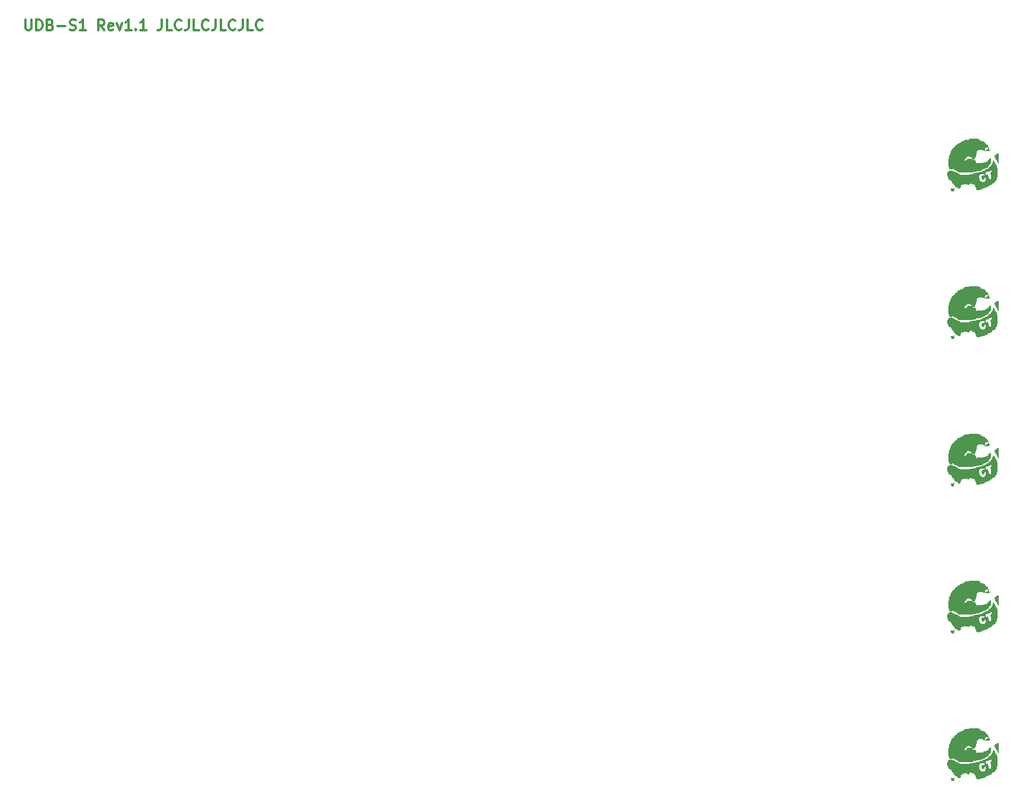
<source format=gto>
G04 #@! TF.GenerationSoftware,KiCad,Pcbnew,8.0.2*
G04 #@! TF.CreationDate,2024-06-02T18:46:01+02:00*
G04 #@! TF.ProjectId,KeyboardUnitRuler-panel,4b657962-6f61-4726-9455-6e697452756c,rev?*
G04 #@! TF.SameCoordinates,Original*
G04 #@! TF.FileFunction,Legend,Top*
G04 #@! TF.FilePolarity,Positive*
%FSLAX46Y46*%
G04 Gerber Fmt 4.6, Leading zero omitted, Abs format (unit mm)*
G04 Created by KiCad (PCBNEW 8.0.2) date 2024-06-02 18:46:01*
%MOMM*%
%LPD*%
G01*
G04 APERTURE LIST*
%ADD10C,0.300000*%
%ADD11C,0.000000*%
G04 APERTURE END LIST*
D10*
X115480906Y119571672D02*
X115480906Y118357386D01*
X115480906Y118357386D02*
X115552335Y118214529D01*
X115552335Y118214529D02*
X115623764Y118143100D01*
X115623764Y118143100D02*
X115766621Y118071672D01*
X115766621Y118071672D02*
X116052335Y118071672D01*
X116052335Y118071672D02*
X116195192Y118143100D01*
X116195192Y118143100D02*
X116266621Y118214529D01*
X116266621Y118214529D02*
X116338049Y118357386D01*
X116338049Y118357386D02*
X116338049Y119571672D01*
X117052335Y118071672D02*
X117052335Y119571672D01*
X117052335Y119571672D02*
X117409478Y119571672D01*
X117409478Y119571672D02*
X117623764Y119500243D01*
X117623764Y119500243D02*
X117766621Y119357386D01*
X117766621Y119357386D02*
X117838050Y119214529D01*
X117838050Y119214529D02*
X117909478Y118928815D01*
X117909478Y118928815D02*
X117909478Y118714529D01*
X117909478Y118714529D02*
X117838050Y118428815D01*
X117838050Y118428815D02*
X117766621Y118285958D01*
X117766621Y118285958D02*
X117623764Y118143100D01*
X117623764Y118143100D02*
X117409478Y118071672D01*
X117409478Y118071672D02*
X117052335Y118071672D01*
X119052335Y118857386D02*
X119266621Y118785958D01*
X119266621Y118785958D02*
X119338050Y118714529D01*
X119338050Y118714529D02*
X119409478Y118571672D01*
X119409478Y118571672D02*
X119409478Y118357386D01*
X119409478Y118357386D02*
X119338050Y118214529D01*
X119338050Y118214529D02*
X119266621Y118143100D01*
X119266621Y118143100D02*
X119123764Y118071672D01*
X119123764Y118071672D02*
X118552335Y118071672D01*
X118552335Y118071672D02*
X118552335Y119571672D01*
X118552335Y119571672D02*
X119052335Y119571672D01*
X119052335Y119571672D02*
X119195193Y119500243D01*
X119195193Y119500243D02*
X119266621Y119428815D01*
X119266621Y119428815D02*
X119338050Y119285958D01*
X119338050Y119285958D02*
X119338050Y119143100D01*
X119338050Y119143100D02*
X119266621Y119000243D01*
X119266621Y119000243D02*
X119195193Y118928815D01*
X119195193Y118928815D02*
X119052335Y118857386D01*
X119052335Y118857386D02*
X118552335Y118857386D01*
X120052335Y118643100D02*
X121195193Y118643100D01*
X121838050Y118143100D02*
X122052336Y118071672D01*
X122052336Y118071672D02*
X122409478Y118071672D01*
X122409478Y118071672D02*
X122552336Y118143100D01*
X122552336Y118143100D02*
X122623764Y118214529D01*
X122623764Y118214529D02*
X122695193Y118357386D01*
X122695193Y118357386D02*
X122695193Y118500243D01*
X122695193Y118500243D02*
X122623764Y118643100D01*
X122623764Y118643100D02*
X122552336Y118714529D01*
X122552336Y118714529D02*
X122409478Y118785958D01*
X122409478Y118785958D02*
X122123764Y118857386D01*
X122123764Y118857386D02*
X121980907Y118928815D01*
X121980907Y118928815D02*
X121909478Y119000243D01*
X121909478Y119000243D02*
X121838050Y119143100D01*
X121838050Y119143100D02*
X121838050Y119285958D01*
X121838050Y119285958D02*
X121909478Y119428815D01*
X121909478Y119428815D02*
X121980907Y119500243D01*
X121980907Y119500243D02*
X122123764Y119571672D01*
X122123764Y119571672D02*
X122480907Y119571672D01*
X122480907Y119571672D02*
X122695193Y119500243D01*
X124123764Y118071672D02*
X123266621Y118071672D01*
X123695192Y118071672D02*
X123695192Y119571672D01*
X123695192Y119571672D02*
X123552335Y119357386D01*
X123552335Y119357386D02*
X123409478Y119214529D01*
X123409478Y119214529D02*
X123266621Y119143100D01*
X126766620Y118071672D02*
X126266620Y118785958D01*
X125909477Y118071672D02*
X125909477Y119571672D01*
X125909477Y119571672D02*
X126480906Y119571672D01*
X126480906Y119571672D02*
X126623763Y119500243D01*
X126623763Y119500243D02*
X126695192Y119428815D01*
X126695192Y119428815D02*
X126766620Y119285958D01*
X126766620Y119285958D02*
X126766620Y119071672D01*
X126766620Y119071672D02*
X126695192Y118928815D01*
X126695192Y118928815D02*
X126623763Y118857386D01*
X126623763Y118857386D02*
X126480906Y118785958D01*
X126480906Y118785958D02*
X125909477Y118785958D01*
X127980906Y118143100D02*
X127838049Y118071672D01*
X127838049Y118071672D02*
X127552335Y118071672D01*
X127552335Y118071672D02*
X127409477Y118143100D01*
X127409477Y118143100D02*
X127338049Y118285958D01*
X127338049Y118285958D02*
X127338049Y118857386D01*
X127338049Y118857386D02*
X127409477Y119000243D01*
X127409477Y119000243D02*
X127552335Y119071672D01*
X127552335Y119071672D02*
X127838049Y119071672D01*
X127838049Y119071672D02*
X127980906Y119000243D01*
X127980906Y119000243D02*
X128052335Y118857386D01*
X128052335Y118857386D02*
X128052335Y118714529D01*
X128052335Y118714529D02*
X127338049Y118571672D01*
X128552334Y119071672D02*
X128909477Y118071672D01*
X128909477Y118071672D02*
X129266620Y119071672D01*
X130623763Y118071672D02*
X129766620Y118071672D01*
X130195191Y118071672D02*
X130195191Y119571672D01*
X130195191Y119571672D02*
X130052334Y119357386D01*
X130052334Y119357386D02*
X129909477Y119214529D01*
X129909477Y119214529D02*
X129766620Y119143100D01*
X131266619Y118214529D02*
X131338048Y118143100D01*
X131338048Y118143100D02*
X131266619Y118071672D01*
X131266619Y118071672D02*
X131195191Y118143100D01*
X131195191Y118143100D02*
X131266619Y118214529D01*
X131266619Y118214529D02*
X131266619Y118071672D01*
X132766620Y118071672D02*
X131909477Y118071672D01*
X132338048Y118071672D02*
X132338048Y119571672D01*
X132338048Y119571672D02*
X132195191Y119357386D01*
X132195191Y119357386D02*
X132052334Y119214529D01*
X132052334Y119214529D02*
X131909477Y119143100D01*
X134980905Y119571672D02*
X134980905Y118500243D01*
X134980905Y118500243D02*
X134909476Y118285958D01*
X134909476Y118285958D02*
X134766619Y118143100D01*
X134766619Y118143100D02*
X134552333Y118071672D01*
X134552333Y118071672D02*
X134409476Y118071672D01*
X136409476Y118071672D02*
X135695190Y118071672D01*
X135695190Y118071672D02*
X135695190Y119571672D01*
X137766619Y118214529D02*
X137695191Y118143100D01*
X137695191Y118143100D02*
X137480905Y118071672D01*
X137480905Y118071672D02*
X137338048Y118071672D01*
X137338048Y118071672D02*
X137123762Y118143100D01*
X137123762Y118143100D02*
X136980905Y118285958D01*
X136980905Y118285958D02*
X136909476Y118428815D01*
X136909476Y118428815D02*
X136838048Y118714529D01*
X136838048Y118714529D02*
X136838048Y118928815D01*
X136838048Y118928815D02*
X136909476Y119214529D01*
X136909476Y119214529D02*
X136980905Y119357386D01*
X136980905Y119357386D02*
X137123762Y119500243D01*
X137123762Y119500243D02*
X137338048Y119571672D01*
X137338048Y119571672D02*
X137480905Y119571672D01*
X137480905Y119571672D02*
X137695191Y119500243D01*
X137695191Y119500243D02*
X137766619Y119428815D01*
X138838048Y119571672D02*
X138838048Y118500243D01*
X138838048Y118500243D02*
X138766619Y118285958D01*
X138766619Y118285958D02*
X138623762Y118143100D01*
X138623762Y118143100D02*
X138409476Y118071672D01*
X138409476Y118071672D02*
X138266619Y118071672D01*
X140266619Y118071672D02*
X139552333Y118071672D01*
X139552333Y118071672D02*
X139552333Y119571672D01*
X141623762Y118214529D02*
X141552334Y118143100D01*
X141552334Y118143100D02*
X141338048Y118071672D01*
X141338048Y118071672D02*
X141195191Y118071672D01*
X141195191Y118071672D02*
X140980905Y118143100D01*
X140980905Y118143100D02*
X140838048Y118285958D01*
X140838048Y118285958D02*
X140766619Y118428815D01*
X140766619Y118428815D02*
X140695191Y118714529D01*
X140695191Y118714529D02*
X140695191Y118928815D01*
X140695191Y118928815D02*
X140766619Y119214529D01*
X140766619Y119214529D02*
X140838048Y119357386D01*
X140838048Y119357386D02*
X140980905Y119500243D01*
X140980905Y119500243D02*
X141195191Y119571672D01*
X141195191Y119571672D02*
X141338048Y119571672D01*
X141338048Y119571672D02*
X141552334Y119500243D01*
X141552334Y119500243D02*
X141623762Y119428815D01*
X142695191Y119571672D02*
X142695191Y118500243D01*
X142695191Y118500243D02*
X142623762Y118285958D01*
X142623762Y118285958D02*
X142480905Y118143100D01*
X142480905Y118143100D02*
X142266619Y118071672D01*
X142266619Y118071672D02*
X142123762Y118071672D01*
X144123762Y118071672D02*
X143409476Y118071672D01*
X143409476Y118071672D02*
X143409476Y119571672D01*
X145480905Y118214529D02*
X145409477Y118143100D01*
X145409477Y118143100D02*
X145195191Y118071672D01*
X145195191Y118071672D02*
X145052334Y118071672D01*
X145052334Y118071672D02*
X144838048Y118143100D01*
X144838048Y118143100D02*
X144695191Y118285958D01*
X144695191Y118285958D02*
X144623762Y118428815D01*
X144623762Y118428815D02*
X144552334Y118714529D01*
X144552334Y118714529D02*
X144552334Y118928815D01*
X144552334Y118928815D02*
X144623762Y119214529D01*
X144623762Y119214529D02*
X144695191Y119357386D01*
X144695191Y119357386D02*
X144838048Y119500243D01*
X144838048Y119500243D02*
X145052334Y119571672D01*
X145052334Y119571672D02*
X145195191Y119571672D01*
X145195191Y119571672D02*
X145409477Y119500243D01*
X145409477Y119500243D02*
X145480905Y119428815D01*
X146552334Y119571672D02*
X146552334Y118500243D01*
X146552334Y118500243D02*
X146480905Y118285958D01*
X146480905Y118285958D02*
X146338048Y118143100D01*
X146338048Y118143100D02*
X146123762Y118071672D01*
X146123762Y118071672D02*
X145980905Y118071672D01*
X147980905Y118071672D02*
X147266619Y118071672D01*
X147266619Y118071672D02*
X147266619Y119571672D01*
X149338048Y118214529D02*
X149266620Y118143100D01*
X149266620Y118143100D02*
X149052334Y118071672D01*
X149052334Y118071672D02*
X148909477Y118071672D01*
X148909477Y118071672D02*
X148695191Y118143100D01*
X148695191Y118143100D02*
X148552334Y118285958D01*
X148552334Y118285958D02*
X148480905Y118428815D01*
X148480905Y118428815D02*
X148409477Y118714529D01*
X148409477Y118714529D02*
X148409477Y118928815D01*
X148409477Y118928815D02*
X148480905Y119214529D01*
X148480905Y119214529D02*
X148552334Y119357386D01*
X148552334Y119357386D02*
X148695191Y119500243D01*
X148695191Y119500243D02*
X148909477Y119571672D01*
X148909477Y119571672D02*
X149052334Y119571672D01*
X149052334Y119571672D02*
X149266620Y119500243D01*
X149266620Y119500243D02*
X149338048Y119428815D01*
D11*
G04 #@! TO.C,REF\u002A\u002A*
G36*
X254310603Y77729507D02*
G01*
X254310607Y77729507D01*
X254310614Y77729505D01*
X254310599Y77729505D01*
X254310599Y77729508D01*
X254310603Y77729507D01*
G37*
G36*
X248240852Y74066726D02*
G01*
X248136186Y74066726D01*
X248136186Y73962061D01*
X247822232Y73962061D01*
X247822232Y74171371D01*
X247717587Y74171371D01*
X247717587Y74380660D01*
X248136186Y74380660D01*
X248136186Y74485326D01*
X248240852Y74485326D01*
X248240852Y74066726D01*
G37*
G36*
X254624570Y77938815D02*
G01*
X254519904Y77938815D01*
X254519904Y78043460D01*
X254415259Y78043460D01*
X254415259Y78252748D01*
X254310614Y78252748D01*
X254310614Y78462058D01*
X254205948Y78462058D01*
X254205948Y78671368D01*
X254101304Y78671368D01*
X254101304Y78880657D01*
X253892015Y78880657D01*
X253892015Y78985323D01*
X253996660Y78985323D01*
X253996660Y79089968D01*
X254101305Y79089968D01*
X254101305Y79194612D01*
X254205949Y79194612D01*
X254205949Y79299256D01*
X254310614Y79299256D01*
X254310614Y79403922D01*
X254624570Y79403922D01*
X254624570Y77938815D01*
G37*
G36*
X251694318Y81392279D02*
G01*
X252008272Y81392279D01*
X252008272Y81182990D01*
X252322227Y81182990D01*
X252322227Y81078325D01*
X252531537Y81078325D01*
X252531537Y80973680D01*
X252636182Y80973680D01*
X252636182Y80869036D01*
X252740827Y80869036D01*
X252740827Y80764391D01*
X252845492Y80764391D01*
X252845492Y80659726D01*
X252950137Y80659726D01*
X252950137Y80555081D01*
X253054782Y80555081D01*
X253054782Y80345771D01*
X253159448Y80345771D01*
X253159448Y80136483D01*
X253264093Y80136483D01*
X253264093Y79927172D01*
X253368737Y79927172D01*
X253368737Y79822528D01*
X253264093Y79822528D01*
X253264093Y79717884D01*
X252531535Y79717884D01*
X252531535Y79822528D01*
X252322225Y79822528D01*
X252322225Y79822532D01*
X252322225Y79927172D01*
X251694313Y79927172D01*
X251694313Y79822528D01*
X251589668Y79822528D01*
X251589668Y79717884D01*
X251485024Y79717884D01*
X251485024Y79299260D01*
X251380358Y79299260D01*
X251380358Y78985327D01*
X251275714Y78985327D01*
X251275714Y78776017D01*
X251171069Y78776017D01*
X251171069Y78566706D01*
X250857115Y78566706D01*
X250857115Y78462062D01*
X251171069Y78462062D01*
X251171069Y78357417D01*
X251275714Y78357417D01*
X251275714Y78252752D01*
X251380358Y78252752D01*
X251380358Y77938819D01*
X251485024Y77938819D01*
X251485024Y78043463D01*
X252426870Y78043463D01*
X252426870Y78148107D01*
X252740824Y78148107D01*
X252740824Y78252752D01*
X252950134Y78252752D01*
X252950134Y78357417D01*
X253054779Y78357417D01*
X253054779Y78462062D01*
X253159445Y78462062D01*
X253159445Y78566706D01*
X253264090Y78566706D01*
X253264090Y78671372D01*
X253368734Y78671372D01*
X253368734Y78776017D01*
X253473379Y78776017D01*
X253473379Y78043459D01*
X253368734Y78043459D01*
X253368734Y77834149D01*
X253264090Y77834149D01*
X253264090Y77729505D01*
X253159445Y77729505D01*
X253159445Y77520195D01*
X253054779Y77520195D01*
X253054779Y77415551D01*
X252845491Y77415551D01*
X252845491Y77310906D01*
X252636180Y77310906D01*
X252636180Y77206240D01*
X252426870Y77206240D01*
X252426870Y77101596D01*
X252217581Y77101596D01*
X252217581Y76996951D01*
X251903627Y76996951D01*
X251903627Y76892307D01*
X251380358Y76892307D01*
X251380358Y76787641D01*
X250961760Y76787641D01*
X250961760Y76682996D01*
X248868737Y76682996D01*
X248868737Y76787641D01*
X248659448Y76787641D01*
X248659448Y76892307D01*
X248554782Y76892307D01*
X248554782Y76996951D01*
X248345493Y76996951D01*
X248345493Y77101596D01*
X248136183Y77101596D01*
X248136183Y77206240D01*
X247926894Y77206240D01*
X247926894Y77101596D01*
X247612940Y77101596D01*
X247612940Y77206240D01*
X247508279Y77206240D01*
X247508279Y77520195D01*
X247403635Y77520195D01*
X247403635Y78357417D01*
X247403635Y78462062D01*
X249705962Y78462062D01*
X249705962Y78357417D01*
X249915251Y78357417D01*
X249915251Y78462062D01*
X250019917Y78462062D01*
X250019917Y78566706D01*
X250124561Y78566706D01*
X250124561Y78671372D01*
X250752474Y78671372D01*
X250752474Y78776017D01*
X250647808Y78776017D01*
X250647808Y78880661D01*
X250438520Y78880661D01*
X250438520Y78985327D01*
X250124565Y78985327D01*
X250124565Y78880661D01*
X250019920Y78880661D01*
X250019920Y78776017D01*
X249915255Y78776017D01*
X249915255Y78671372D01*
X249810610Y78671372D01*
X249810610Y78462062D01*
X249705962Y78462062D01*
X247403635Y78462062D01*
X247403635Y78671372D01*
X247508279Y78671372D01*
X247508279Y79194619D01*
X247612945Y79194619D01*
X247612945Y79508574D01*
X247717589Y79508574D01*
X247717589Y79717884D01*
X247822234Y79717884D01*
X247822234Y79927172D01*
X247926899Y79927172D01*
X247926899Y80031817D01*
X248031544Y80031817D01*
X248031544Y80136483D01*
X248136188Y80136483D01*
X248136188Y80136486D01*
X252636191Y80136486D01*
X252636191Y79822532D01*
X252845501Y79822532D01*
X252845501Y80031821D01*
X253054790Y80031821D01*
X253054790Y80241131D01*
X252740836Y80241131D01*
X252740836Y80136486D01*
X252636191Y80136486D01*
X248136188Y80136486D01*
X248136188Y80241127D01*
X248240854Y80241127D01*
X248240854Y80345771D01*
X248345498Y80345771D01*
X248345498Y80450437D01*
X248450143Y80450437D01*
X248450143Y80555081D01*
X248554787Y80555081D01*
X248554787Y80659726D01*
X248659453Y80659726D01*
X248659453Y80764391D01*
X248764097Y80764391D01*
X248764097Y80869036D01*
X248973407Y80869036D01*
X248973407Y80973680D01*
X249182696Y80973680D01*
X249182696Y81078325D01*
X249392006Y81078325D01*
X249392006Y81182990D01*
X249601295Y81182990D01*
X249601295Y81287635D01*
X249810605Y81287635D01*
X249810605Y81392279D01*
X250333873Y81392279D01*
X250333873Y81496945D01*
X251694318Y81496945D01*
X251694318Y81392279D01*
G37*
G36*
X253892015Y78252748D02*
G01*
X253996660Y78252748D01*
X253996660Y78148104D01*
X254101305Y78148104D01*
X254101305Y77938815D01*
X254205949Y77938815D01*
X254205949Y77729505D01*
X254310599Y77729505D01*
X254310599Y77415554D01*
X254415244Y77415554D01*
X254415244Y76055084D01*
X254310599Y76055084D01*
X254310599Y75636484D01*
X254205933Y75636484D01*
X254205933Y75427174D01*
X254101288Y75427174D01*
X254101288Y75322530D01*
X253996644Y75322530D01*
X253996644Y75217885D01*
X253787334Y75217885D01*
X253787334Y75113240D01*
X253682689Y75113240D01*
X253682689Y75008574D01*
X253578044Y75008574D01*
X253578044Y74903930D01*
X253368734Y74903930D01*
X253368734Y74799285D01*
X253159445Y74799285D01*
X253159445Y74694619D01*
X252950134Y74694619D01*
X252950134Y74589974D01*
X252740824Y74589974D01*
X252740824Y74485329D01*
X252531535Y74485329D01*
X252531535Y74380664D01*
X252217581Y74380664D01*
X252217581Y74276019D01*
X251903627Y74276019D01*
X251903627Y74171374D01*
X251485027Y74171374D01*
X251485027Y74276019D01*
X251380362Y74276019D01*
X251380362Y74485329D01*
X251275717Y74485329D01*
X251275717Y74694619D01*
X251171073Y74694619D01*
X251171073Y74903929D01*
X251066429Y74903929D01*
X251066429Y75008574D01*
X250752474Y75008574D01*
X250752474Y75113239D01*
X250438520Y75113239D01*
X250438520Y75008574D01*
X250333875Y75008574D01*
X250333875Y74903929D01*
X250124565Y74903929D01*
X250124565Y75008574D01*
X249496653Y75008574D01*
X249496653Y74903929D01*
X249287364Y74903929D01*
X249287364Y74799284D01*
X249182698Y74799284D01*
X249182698Y74485329D01*
X249078054Y74485329D01*
X249078054Y74380664D01*
X248764099Y74380664D01*
X248764099Y74485329D01*
X248659455Y74485329D01*
X248659455Y74589974D01*
X248450145Y74589974D01*
X248450145Y74694619D01*
X248345500Y74694619D01*
X248345500Y74799285D01*
X248240856Y74799285D01*
X248240856Y74903930D01*
X248136190Y74903930D01*
X248136190Y75113240D01*
X248031546Y75113240D01*
X248031546Y75217885D01*
X247926902Y75217885D01*
X247926902Y75427173D01*
X247822236Y75427173D01*
X247822236Y75531839D01*
X247717592Y75531839D01*
X247717592Y75636484D01*
X247508281Y75636484D01*
X247508281Y75741126D01*
X247508281Y75741129D01*
X247403637Y75741129D01*
X247403637Y75950439D01*
X247298993Y75950439D01*
X247298993Y76159749D01*
X247194348Y76159749D01*
X247194348Y76264394D01*
X251798991Y76264394D01*
X251798991Y75741126D01*
X251903636Y75741126D01*
X251903636Y75531837D01*
X252008280Y75531837D01*
X252008280Y75427172D01*
X252112946Y75427172D01*
X252112946Y75322527D01*
X252531545Y75322527D01*
X252531545Y75427172D01*
X252636190Y75427172D01*
X252636190Y75531837D01*
X252740835Y75531837D01*
X252740836Y75531838D01*
X252740836Y75531839D01*
X252740837Y75531840D01*
X252740837Y75531841D01*
X252740838Y75531841D01*
X252740838Y75950441D01*
X252531549Y75950441D01*
X252531549Y75741130D01*
X252426883Y75741130D01*
X252426883Y75636485D01*
X252217594Y75636485D01*
X252217594Y75845796D01*
X252112949Y75845796D01*
X252112949Y76159750D01*
X252217594Y76159750D01*
X252217594Y76264395D01*
X252531549Y76264395D01*
X252531549Y76369035D01*
X252531549Y76473684D01*
X252008280Y76473684D01*
X252008280Y76369039D01*
X251903636Y76369039D01*
X251903636Y76264394D01*
X251798991Y76264394D01*
X247194348Y76264394D01*
X247194348Y76682996D01*
X247298993Y76682996D01*
X247298993Y76787641D01*
X247403637Y76787641D01*
X247403637Y76892307D01*
X247508281Y76892307D01*
X247508281Y76996951D01*
X248031550Y76996951D01*
X248031550Y76892307D01*
X248240860Y76892307D01*
X248240860Y76787641D01*
X248450148Y76787641D01*
X248450148Y76682996D01*
X248659459Y76682996D01*
X248659459Y76578351D01*
X248868747Y76578351D01*
X248868747Y76473686D01*
X249078057Y76473686D01*
X249078057Y76369041D01*
X250438527Y76369041D01*
X250438527Y76473686D01*
X250961774Y76473686D01*
X250961774Y76578351D01*
X251380373Y76578351D01*
X251380373Y76682989D01*
X252740838Y76682989D01*
X252740838Y76369035D01*
X252950148Y76369035D01*
X252950148Y76473680D01*
X253054793Y76473680D01*
X253054793Y76159746D01*
X253159458Y76159746D01*
X253159458Y75845792D01*
X253264103Y75845792D01*
X253264103Y75741126D01*
X253473392Y75741126D01*
X253473392Y76369038D01*
X253368747Y76369038D01*
X253368747Y76682993D01*
X253473392Y76682993D01*
X253473392Y76787638D01*
X253578057Y76787638D01*
X253578057Y76996945D01*
X253368746Y76996945D01*
X253368746Y76892300D01*
X253159458Y76892300D01*
X253159458Y76787634D01*
X252845503Y76787634D01*
X252845503Y76682989D01*
X252740838Y76682989D01*
X251380373Y76682989D01*
X251380373Y76682996D01*
X251903641Y76682996D01*
X251903641Y76787641D01*
X252217596Y76787641D01*
X252217596Y76892307D01*
X252426884Y76892307D01*
X252426884Y76996951D01*
X252636195Y76996951D01*
X252636195Y77101596D01*
X252845505Y77101596D01*
X252845505Y77206240D01*
X253054794Y77206240D01*
X253054794Y77310906D01*
X253159460Y77310906D01*
X253159460Y77415551D01*
X253264104Y77415551D01*
X253264104Y77520195D01*
X253368749Y77520195D01*
X253368749Y77624861D01*
X253473394Y77624861D01*
X253473394Y77729505D01*
X253578060Y77729505D01*
X253578060Y77834150D01*
X253682705Y77834150D01*
X253682705Y78043460D01*
X253787349Y78043460D01*
X253787349Y78357414D01*
X253892015Y78357414D01*
X253892015Y78252748D01*
G37*
G36*
X254310603Y98779507D02*
G01*
X254310607Y98779507D01*
X254310614Y98779505D01*
X254310599Y98779505D01*
X254310599Y98779508D01*
X254310603Y98779507D01*
G37*
G36*
X248240852Y95116726D02*
G01*
X248136186Y95116726D01*
X248136186Y95012061D01*
X247822232Y95012061D01*
X247822232Y95221371D01*
X247717587Y95221371D01*
X247717587Y95430660D01*
X248136186Y95430660D01*
X248136186Y95535326D01*
X248240852Y95535326D01*
X248240852Y95116726D01*
G37*
G36*
X254624570Y98988815D02*
G01*
X254519904Y98988815D01*
X254519904Y99093460D01*
X254415259Y99093460D01*
X254415259Y99302748D01*
X254310614Y99302748D01*
X254310614Y99512058D01*
X254205948Y99512058D01*
X254205948Y99721368D01*
X254101304Y99721368D01*
X254101304Y99930657D01*
X253892015Y99930657D01*
X253892015Y100035323D01*
X253996660Y100035323D01*
X253996660Y100139968D01*
X254101305Y100139968D01*
X254101305Y100244612D01*
X254205949Y100244612D01*
X254205949Y100349256D01*
X254310614Y100349256D01*
X254310614Y100453922D01*
X254624570Y100453922D01*
X254624570Y98988815D01*
G37*
G36*
X251694318Y102442279D02*
G01*
X252008272Y102442279D01*
X252008272Y102232990D01*
X252322227Y102232990D01*
X252322227Y102128325D01*
X252531537Y102128325D01*
X252531537Y102023680D01*
X252636182Y102023680D01*
X252636182Y101919036D01*
X252740827Y101919036D01*
X252740827Y101814391D01*
X252845492Y101814391D01*
X252845492Y101709726D01*
X252950137Y101709726D01*
X252950137Y101605081D01*
X253054782Y101605081D01*
X253054782Y101395771D01*
X253159448Y101395771D01*
X253159448Y101186483D01*
X253264093Y101186483D01*
X253264093Y100977172D01*
X253368737Y100977172D01*
X253368737Y100872528D01*
X253264093Y100872528D01*
X253264093Y100767884D01*
X252531535Y100767884D01*
X252531535Y100872528D01*
X252322225Y100872528D01*
X252322225Y100872532D01*
X252322225Y100977172D01*
X251694313Y100977172D01*
X251694313Y100872528D01*
X251589668Y100872528D01*
X251589668Y100767884D01*
X251485024Y100767884D01*
X251485024Y100349260D01*
X251380358Y100349260D01*
X251380358Y100035327D01*
X251275714Y100035327D01*
X251275714Y99826017D01*
X251171069Y99826017D01*
X251171069Y99616706D01*
X250857115Y99616706D01*
X250857115Y99512062D01*
X251171069Y99512062D01*
X251171069Y99407417D01*
X251275714Y99407417D01*
X251275714Y99302752D01*
X251380358Y99302752D01*
X251380358Y98988819D01*
X251485024Y98988819D01*
X251485024Y99093463D01*
X252426870Y99093463D01*
X252426870Y99198107D01*
X252740824Y99198107D01*
X252740824Y99302752D01*
X252950134Y99302752D01*
X252950134Y99407417D01*
X253054779Y99407417D01*
X253054779Y99512062D01*
X253159445Y99512062D01*
X253159445Y99616706D01*
X253264090Y99616706D01*
X253264090Y99721372D01*
X253368734Y99721372D01*
X253368734Y99826017D01*
X253473379Y99826017D01*
X253473379Y99093459D01*
X253368734Y99093459D01*
X253368734Y98884149D01*
X253264090Y98884149D01*
X253264090Y98779505D01*
X253159445Y98779505D01*
X253159445Y98570195D01*
X253054779Y98570195D01*
X253054779Y98465551D01*
X252845491Y98465551D01*
X252845491Y98360906D01*
X252636180Y98360906D01*
X252636180Y98256240D01*
X252426870Y98256240D01*
X252426870Y98151596D01*
X252217581Y98151596D01*
X252217581Y98046951D01*
X251903627Y98046951D01*
X251903627Y97942307D01*
X251380358Y97942307D01*
X251380358Y97837641D01*
X250961760Y97837641D01*
X250961760Y97732996D01*
X248868737Y97732996D01*
X248868737Y97837641D01*
X248659448Y97837641D01*
X248659448Y97942307D01*
X248554782Y97942307D01*
X248554782Y98046951D01*
X248345493Y98046951D01*
X248345493Y98151596D01*
X248136183Y98151596D01*
X248136183Y98256240D01*
X247926894Y98256240D01*
X247926894Y98151596D01*
X247612940Y98151596D01*
X247612940Y98256240D01*
X247508279Y98256240D01*
X247508279Y98570195D01*
X247403635Y98570195D01*
X247403635Y99407417D01*
X247403635Y99512062D01*
X249705962Y99512062D01*
X249705962Y99407417D01*
X249915251Y99407417D01*
X249915251Y99512062D01*
X250019917Y99512062D01*
X250019917Y99616706D01*
X250124561Y99616706D01*
X250124561Y99721372D01*
X250752474Y99721372D01*
X250752474Y99826017D01*
X250647808Y99826017D01*
X250647808Y99930661D01*
X250438520Y99930661D01*
X250438520Y100035327D01*
X250124565Y100035327D01*
X250124565Y99930661D01*
X250019920Y99930661D01*
X250019920Y99826017D01*
X249915255Y99826017D01*
X249915255Y99721372D01*
X249810610Y99721372D01*
X249810610Y99512062D01*
X249705962Y99512062D01*
X247403635Y99512062D01*
X247403635Y99721372D01*
X247508279Y99721372D01*
X247508279Y100244619D01*
X247612945Y100244619D01*
X247612945Y100558574D01*
X247717589Y100558574D01*
X247717589Y100767884D01*
X247822234Y100767884D01*
X247822234Y100977172D01*
X247926899Y100977172D01*
X247926899Y101081817D01*
X248031544Y101081817D01*
X248031544Y101186483D01*
X248136188Y101186483D01*
X248136188Y101186486D01*
X252636191Y101186486D01*
X252636191Y100872532D01*
X252845501Y100872532D01*
X252845501Y101081821D01*
X253054790Y101081821D01*
X253054790Y101291131D01*
X252740836Y101291131D01*
X252740836Y101186486D01*
X252636191Y101186486D01*
X248136188Y101186486D01*
X248136188Y101291127D01*
X248240854Y101291127D01*
X248240854Y101395771D01*
X248345498Y101395771D01*
X248345498Y101500437D01*
X248450143Y101500437D01*
X248450143Y101605081D01*
X248554787Y101605081D01*
X248554787Y101709726D01*
X248659453Y101709726D01*
X248659453Y101814391D01*
X248764097Y101814391D01*
X248764097Y101919036D01*
X248973407Y101919036D01*
X248973407Y102023680D01*
X249182696Y102023680D01*
X249182696Y102128325D01*
X249392006Y102128325D01*
X249392006Y102232990D01*
X249601295Y102232990D01*
X249601295Y102337635D01*
X249810605Y102337635D01*
X249810605Y102442279D01*
X250333873Y102442279D01*
X250333873Y102546945D01*
X251694318Y102546945D01*
X251694318Y102442279D01*
G37*
G36*
X253892015Y99302748D02*
G01*
X253996660Y99302748D01*
X253996660Y99198104D01*
X254101305Y99198104D01*
X254101305Y98988815D01*
X254205949Y98988815D01*
X254205949Y98779505D01*
X254310599Y98779505D01*
X254310599Y98465554D01*
X254415244Y98465554D01*
X254415244Y97105084D01*
X254310599Y97105084D01*
X254310599Y96686484D01*
X254205933Y96686484D01*
X254205933Y96477174D01*
X254101288Y96477174D01*
X254101288Y96372530D01*
X253996644Y96372530D01*
X253996644Y96267885D01*
X253787334Y96267885D01*
X253787334Y96163240D01*
X253682689Y96163240D01*
X253682689Y96058574D01*
X253578044Y96058574D01*
X253578044Y95953930D01*
X253368734Y95953930D01*
X253368734Y95849285D01*
X253159445Y95849285D01*
X253159445Y95744619D01*
X252950134Y95744619D01*
X252950134Y95639974D01*
X252740824Y95639974D01*
X252740824Y95535329D01*
X252531535Y95535329D01*
X252531535Y95430664D01*
X252217581Y95430664D01*
X252217581Y95326019D01*
X251903627Y95326019D01*
X251903627Y95221374D01*
X251485027Y95221374D01*
X251485027Y95326019D01*
X251380362Y95326019D01*
X251380362Y95535329D01*
X251275717Y95535329D01*
X251275717Y95744619D01*
X251171073Y95744619D01*
X251171073Y95953929D01*
X251066429Y95953929D01*
X251066429Y96058574D01*
X250752474Y96058574D01*
X250752474Y96163239D01*
X250438520Y96163239D01*
X250438520Y96058574D01*
X250333875Y96058574D01*
X250333875Y95953929D01*
X250124565Y95953929D01*
X250124565Y96058574D01*
X249496653Y96058574D01*
X249496653Y95953929D01*
X249287364Y95953929D01*
X249287364Y95849284D01*
X249182698Y95849284D01*
X249182698Y95535329D01*
X249078054Y95535329D01*
X249078054Y95430664D01*
X248764099Y95430664D01*
X248764099Y95535329D01*
X248659455Y95535329D01*
X248659455Y95639974D01*
X248450145Y95639974D01*
X248450145Y95744619D01*
X248345500Y95744619D01*
X248345500Y95849285D01*
X248240856Y95849285D01*
X248240856Y95953930D01*
X248136190Y95953930D01*
X248136190Y96163240D01*
X248031546Y96163240D01*
X248031546Y96267885D01*
X247926902Y96267885D01*
X247926902Y96477173D01*
X247822236Y96477173D01*
X247822236Y96581839D01*
X247717592Y96581839D01*
X247717592Y96686484D01*
X247508281Y96686484D01*
X247508281Y96791126D01*
X247508281Y96791129D01*
X247403637Y96791129D01*
X247403637Y97000439D01*
X247298993Y97000439D01*
X247298993Y97209749D01*
X247194348Y97209749D01*
X247194348Y97314394D01*
X251798991Y97314394D01*
X251798991Y96791126D01*
X251903636Y96791126D01*
X251903636Y96581837D01*
X252008280Y96581837D01*
X252008280Y96477172D01*
X252112946Y96477172D01*
X252112946Y96372527D01*
X252531545Y96372527D01*
X252531545Y96477172D01*
X252636190Y96477172D01*
X252636190Y96581837D01*
X252740835Y96581837D01*
X252740836Y96581838D01*
X252740836Y96581839D01*
X252740837Y96581840D01*
X252740837Y96581841D01*
X252740838Y96581841D01*
X252740838Y97000441D01*
X252531549Y97000441D01*
X252531549Y96791130D01*
X252426883Y96791130D01*
X252426883Y96686485D01*
X252217594Y96686485D01*
X252217594Y96895796D01*
X252112949Y96895796D01*
X252112949Y97209750D01*
X252217594Y97209750D01*
X252217594Y97314395D01*
X252531549Y97314395D01*
X252531549Y97419035D01*
X252531549Y97523684D01*
X252008280Y97523684D01*
X252008280Y97419039D01*
X251903636Y97419039D01*
X251903636Y97314394D01*
X251798991Y97314394D01*
X247194348Y97314394D01*
X247194348Y97732996D01*
X247298993Y97732996D01*
X247298993Y97837641D01*
X247403637Y97837641D01*
X247403637Y97942307D01*
X247508281Y97942307D01*
X247508281Y98046951D01*
X248031550Y98046951D01*
X248031550Y97942307D01*
X248240860Y97942307D01*
X248240860Y97837641D01*
X248450148Y97837641D01*
X248450148Y97732996D01*
X248659459Y97732996D01*
X248659459Y97628351D01*
X248868747Y97628351D01*
X248868747Y97523686D01*
X249078057Y97523686D01*
X249078057Y97419041D01*
X250438527Y97419041D01*
X250438527Y97523686D01*
X250961774Y97523686D01*
X250961774Y97628351D01*
X251380373Y97628351D01*
X251380373Y97732989D01*
X252740838Y97732989D01*
X252740838Y97419035D01*
X252950148Y97419035D01*
X252950148Y97523680D01*
X253054793Y97523680D01*
X253054793Y97209746D01*
X253159458Y97209746D01*
X253159458Y96895792D01*
X253264103Y96895792D01*
X253264103Y96791126D01*
X253473392Y96791126D01*
X253473392Y97419038D01*
X253368747Y97419038D01*
X253368747Y97732993D01*
X253473392Y97732993D01*
X253473392Y97837638D01*
X253578057Y97837638D01*
X253578057Y98046945D01*
X253368746Y98046945D01*
X253368746Y97942300D01*
X253159458Y97942300D01*
X253159458Y97837634D01*
X252845503Y97837634D01*
X252845503Y97732989D01*
X252740838Y97732989D01*
X251380373Y97732989D01*
X251380373Y97732996D01*
X251903641Y97732996D01*
X251903641Y97837641D01*
X252217596Y97837641D01*
X252217596Y97942307D01*
X252426884Y97942307D01*
X252426884Y98046951D01*
X252636195Y98046951D01*
X252636195Y98151596D01*
X252845505Y98151596D01*
X252845505Y98256240D01*
X253054794Y98256240D01*
X253054794Y98360906D01*
X253159460Y98360906D01*
X253159460Y98465551D01*
X253264104Y98465551D01*
X253264104Y98570195D01*
X253368749Y98570195D01*
X253368749Y98674861D01*
X253473394Y98674861D01*
X253473394Y98779505D01*
X253578060Y98779505D01*
X253578060Y98884150D01*
X253682705Y98884150D01*
X253682705Y99093460D01*
X253787349Y99093460D01*
X253787349Y99407414D01*
X253892015Y99407414D01*
X253892015Y99302748D01*
G37*
G36*
X254310603Y56679507D02*
G01*
X254310607Y56679507D01*
X254310614Y56679505D01*
X254310599Y56679505D01*
X254310599Y56679508D01*
X254310603Y56679507D01*
G37*
G36*
X248240852Y53016726D02*
G01*
X248136186Y53016726D01*
X248136186Y52912061D01*
X247822232Y52912061D01*
X247822232Y53121371D01*
X247717587Y53121371D01*
X247717587Y53330660D01*
X248136186Y53330660D01*
X248136186Y53435326D01*
X248240852Y53435326D01*
X248240852Y53016726D01*
G37*
G36*
X254624570Y56888815D02*
G01*
X254519904Y56888815D01*
X254519904Y56993460D01*
X254415259Y56993460D01*
X254415259Y57202748D01*
X254310614Y57202748D01*
X254310614Y57412058D01*
X254205948Y57412058D01*
X254205948Y57621368D01*
X254101304Y57621368D01*
X254101304Y57830657D01*
X253892015Y57830657D01*
X253892015Y57935323D01*
X253996660Y57935323D01*
X253996660Y58039968D01*
X254101305Y58039968D01*
X254101305Y58144612D01*
X254205949Y58144612D01*
X254205949Y58249256D01*
X254310614Y58249256D01*
X254310614Y58353922D01*
X254624570Y58353922D01*
X254624570Y56888815D01*
G37*
G36*
X251694318Y60342279D02*
G01*
X252008272Y60342279D01*
X252008272Y60132990D01*
X252322227Y60132990D01*
X252322227Y60028325D01*
X252531537Y60028325D01*
X252531537Y59923680D01*
X252636182Y59923680D01*
X252636182Y59819036D01*
X252740827Y59819036D01*
X252740827Y59714391D01*
X252845492Y59714391D01*
X252845492Y59609726D01*
X252950137Y59609726D01*
X252950137Y59505081D01*
X253054782Y59505081D01*
X253054782Y59295771D01*
X253159448Y59295771D01*
X253159448Y59086483D01*
X253264093Y59086483D01*
X253264093Y58877172D01*
X253368737Y58877172D01*
X253368737Y58772528D01*
X253264093Y58772528D01*
X253264093Y58667884D01*
X252531535Y58667884D01*
X252531535Y58772528D01*
X252322225Y58772528D01*
X252322225Y58772532D01*
X252322225Y58877172D01*
X251694313Y58877172D01*
X251694313Y58772528D01*
X251589668Y58772528D01*
X251589668Y58667884D01*
X251485024Y58667884D01*
X251485024Y58249260D01*
X251380358Y58249260D01*
X251380358Y57935327D01*
X251275714Y57935327D01*
X251275714Y57726017D01*
X251171069Y57726017D01*
X251171069Y57516706D01*
X250857115Y57516706D01*
X250857115Y57412062D01*
X251171069Y57412062D01*
X251171069Y57307417D01*
X251275714Y57307417D01*
X251275714Y57202752D01*
X251380358Y57202752D01*
X251380358Y56888819D01*
X251485024Y56888819D01*
X251485024Y56993463D01*
X252426870Y56993463D01*
X252426870Y57098107D01*
X252740824Y57098107D01*
X252740824Y57202752D01*
X252950134Y57202752D01*
X252950134Y57307417D01*
X253054779Y57307417D01*
X253054779Y57412062D01*
X253159445Y57412062D01*
X253159445Y57516706D01*
X253264090Y57516706D01*
X253264090Y57621372D01*
X253368734Y57621372D01*
X253368734Y57726017D01*
X253473379Y57726017D01*
X253473379Y56993459D01*
X253368734Y56993459D01*
X253368734Y56784149D01*
X253264090Y56784149D01*
X253264090Y56679505D01*
X253159445Y56679505D01*
X253159445Y56470195D01*
X253054779Y56470195D01*
X253054779Y56365551D01*
X252845491Y56365551D01*
X252845491Y56260906D01*
X252636180Y56260906D01*
X252636180Y56156240D01*
X252426870Y56156240D01*
X252426870Y56051596D01*
X252217581Y56051596D01*
X252217581Y55946951D01*
X251903627Y55946951D01*
X251903627Y55842307D01*
X251380358Y55842307D01*
X251380358Y55737641D01*
X250961760Y55737641D01*
X250961760Y55632996D01*
X248868737Y55632996D01*
X248868737Y55737641D01*
X248659448Y55737641D01*
X248659448Y55842307D01*
X248554782Y55842307D01*
X248554782Y55946951D01*
X248345493Y55946951D01*
X248345493Y56051596D01*
X248136183Y56051596D01*
X248136183Y56156240D01*
X247926894Y56156240D01*
X247926894Y56051596D01*
X247612940Y56051596D01*
X247612940Y56156240D01*
X247508279Y56156240D01*
X247508279Y56470195D01*
X247403635Y56470195D01*
X247403635Y57307417D01*
X247403635Y57412062D01*
X249705962Y57412062D01*
X249705962Y57307417D01*
X249915251Y57307417D01*
X249915251Y57412062D01*
X250019917Y57412062D01*
X250019917Y57516706D01*
X250124561Y57516706D01*
X250124561Y57621372D01*
X250752474Y57621372D01*
X250752474Y57726017D01*
X250647808Y57726017D01*
X250647808Y57830661D01*
X250438520Y57830661D01*
X250438520Y57935327D01*
X250124565Y57935327D01*
X250124565Y57830661D01*
X250019920Y57830661D01*
X250019920Y57726017D01*
X249915255Y57726017D01*
X249915255Y57621372D01*
X249810610Y57621372D01*
X249810610Y57412062D01*
X249705962Y57412062D01*
X247403635Y57412062D01*
X247403635Y57621372D01*
X247508279Y57621372D01*
X247508279Y58144619D01*
X247612945Y58144619D01*
X247612945Y58458574D01*
X247717589Y58458574D01*
X247717589Y58667884D01*
X247822234Y58667884D01*
X247822234Y58877172D01*
X247926899Y58877172D01*
X247926899Y58981817D01*
X248031544Y58981817D01*
X248031544Y59086483D01*
X248136188Y59086483D01*
X248136188Y59086486D01*
X252636191Y59086486D01*
X252636191Y58772532D01*
X252845501Y58772532D01*
X252845501Y58981821D01*
X253054790Y58981821D01*
X253054790Y59191131D01*
X252740836Y59191131D01*
X252740836Y59086486D01*
X252636191Y59086486D01*
X248136188Y59086486D01*
X248136188Y59191127D01*
X248240854Y59191127D01*
X248240854Y59295771D01*
X248345498Y59295771D01*
X248345498Y59400437D01*
X248450143Y59400437D01*
X248450143Y59505081D01*
X248554787Y59505081D01*
X248554787Y59609726D01*
X248659453Y59609726D01*
X248659453Y59714391D01*
X248764097Y59714391D01*
X248764097Y59819036D01*
X248973407Y59819036D01*
X248973407Y59923680D01*
X249182696Y59923680D01*
X249182696Y60028325D01*
X249392006Y60028325D01*
X249392006Y60132990D01*
X249601295Y60132990D01*
X249601295Y60237635D01*
X249810605Y60237635D01*
X249810605Y60342279D01*
X250333873Y60342279D01*
X250333873Y60446945D01*
X251694318Y60446945D01*
X251694318Y60342279D01*
G37*
G36*
X253892015Y57202748D02*
G01*
X253996660Y57202748D01*
X253996660Y57098104D01*
X254101305Y57098104D01*
X254101305Y56888815D01*
X254205949Y56888815D01*
X254205949Y56679505D01*
X254310599Y56679505D01*
X254310599Y56365554D01*
X254415244Y56365554D01*
X254415244Y55005084D01*
X254310599Y55005084D01*
X254310599Y54586484D01*
X254205933Y54586484D01*
X254205933Y54377174D01*
X254101288Y54377174D01*
X254101288Y54272530D01*
X253996644Y54272530D01*
X253996644Y54167885D01*
X253787334Y54167885D01*
X253787334Y54063240D01*
X253682689Y54063240D01*
X253682689Y53958574D01*
X253578044Y53958574D01*
X253578044Y53853930D01*
X253368734Y53853930D01*
X253368734Y53749285D01*
X253159445Y53749285D01*
X253159445Y53644619D01*
X252950134Y53644619D01*
X252950134Y53539974D01*
X252740824Y53539974D01*
X252740824Y53435329D01*
X252531535Y53435329D01*
X252531535Y53330664D01*
X252217581Y53330664D01*
X252217581Y53226019D01*
X251903627Y53226019D01*
X251903627Y53121374D01*
X251485027Y53121374D01*
X251485027Y53226019D01*
X251380362Y53226019D01*
X251380362Y53435329D01*
X251275717Y53435329D01*
X251275717Y53644619D01*
X251171073Y53644619D01*
X251171073Y53853929D01*
X251066429Y53853929D01*
X251066429Y53958574D01*
X250752474Y53958574D01*
X250752474Y54063239D01*
X250438520Y54063239D01*
X250438520Y53958574D01*
X250333875Y53958574D01*
X250333875Y53853929D01*
X250124565Y53853929D01*
X250124565Y53958574D01*
X249496653Y53958574D01*
X249496653Y53853929D01*
X249287364Y53853929D01*
X249287364Y53749284D01*
X249182698Y53749284D01*
X249182698Y53435329D01*
X249078054Y53435329D01*
X249078054Y53330664D01*
X248764099Y53330664D01*
X248764099Y53435329D01*
X248659455Y53435329D01*
X248659455Y53539974D01*
X248450145Y53539974D01*
X248450145Y53644619D01*
X248345500Y53644619D01*
X248345500Y53749285D01*
X248240856Y53749285D01*
X248240856Y53853930D01*
X248136190Y53853930D01*
X248136190Y54063240D01*
X248031546Y54063240D01*
X248031546Y54167885D01*
X247926902Y54167885D01*
X247926902Y54377173D01*
X247822236Y54377173D01*
X247822236Y54481839D01*
X247717592Y54481839D01*
X247717592Y54586484D01*
X247508281Y54586484D01*
X247508281Y54691126D01*
X247508281Y54691129D01*
X247403637Y54691129D01*
X247403637Y54900439D01*
X247298993Y54900439D01*
X247298993Y55109749D01*
X247194348Y55109749D01*
X247194348Y55214394D01*
X251798991Y55214394D01*
X251798991Y54691126D01*
X251903636Y54691126D01*
X251903636Y54481837D01*
X252008280Y54481837D01*
X252008280Y54377172D01*
X252112946Y54377172D01*
X252112946Y54272527D01*
X252531545Y54272527D01*
X252531545Y54377172D01*
X252636190Y54377172D01*
X252636190Y54481837D01*
X252740835Y54481837D01*
X252740836Y54481838D01*
X252740836Y54481839D01*
X252740837Y54481840D01*
X252740837Y54481841D01*
X252740838Y54481841D01*
X252740838Y54900441D01*
X252531549Y54900441D01*
X252531549Y54691130D01*
X252426883Y54691130D01*
X252426883Y54586485D01*
X252217594Y54586485D01*
X252217594Y54795796D01*
X252112949Y54795796D01*
X252112949Y55109750D01*
X252217594Y55109750D01*
X252217594Y55214395D01*
X252531549Y55214395D01*
X252531549Y55319035D01*
X252531549Y55423684D01*
X252008280Y55423684D01*
X252008280Y55319039D01*
X251903636Y55319039D01*
X251903636Y55214394D01*
X251798991Y55214394D01*
X247194348Y55214394D01*
X247194348Y55632996D01*
X247298993Y55632996D01*
X247298993Y55737641D01*
X247403637Y55737641D01*
X247403637Y55842307D01*
X247508281Y55842307D01*
X247508281Y55946951D01*
X248031550Y55946951D01*
X248031550Y55842307D01*
X248240860Y55842307D01*
X248240860Y55737641D01*
X248450148Y55737641D01*
X248450148Y55632996D01*
X248659459Y55632996D01*
X248659459Y55528351D01*
X248868747Y55528351D01*
X248868747Y55423686D01*
X249078057Y55423686D01*
X249078057Y55319041D01*
X250438527Y55319041D01*
X250438527Y55423686D01*
X250961774Y55423686D01*
X250961774Y55528351D01*
X251380373Y55528351D01*
X251380373Y55632989D01*
X252740838Y55632989D01*
X252740838Y55319035D01*
X252950148Y55319035D01*
X252950148Y55423680D01*
X253054793Y55423680D01*
X253054793Y55109746D01*
X253159458Y55109746D01*
X253159458Y54795792D01*
X253264103Y54795792D01*
X253264103Y54691126D01*
X253473392Y54691126D01*
X253473392Y55319038D01*
X253368747Y55319038D01*
X253368747Y55632993D01*
X253473392Y55632993D01*
X253473392Y55737638D01*
X253578057Y55737638D01*
X253578057Y55946945D01*
X253368746Y55946945D01*
X253368746Y55842300D01*
X253159458Y55842300D01*
X253159458Y55737634D01*
X252845503Y55737634D01*
X252845503Y55632989D01*
X252740838Y55632989D01*
X251380373Y55632989D01*
X251380373Y55632996D01*
X251903641Y55632996D01*
X251903641Y55737641D01*
X252217596Y55737641D01*
X252217596Y55842307D01*
X252426884Y55842307D01*
X252426884Y55946951D01*
X252636195Y55946951D01*
X252636195Y56051596D01*
X252845505Y56051596D01*
X252845505Y56156240D01*
X253054794Y56156240D01*
X253054794Y56260906D01*
X253159460Y56260906D01*
X253159460Y56365551D01*
X253264104Y56365551D01*
X253264104Y56470195D01*
X253368749Y56470195D01*
X253368749Y56574861D01*
X253473394Y56574861D01*
X253473394Y56679505D01*
X253578060Y56679505D01*
X253578060Y56784150D01*
X253682705Y56784150D01*
X253682705Y56993460D01*
X253787349Y56993460D01*
X253787349Y57307414D01*
X253892015Y57307414D01*
X253892015Y57202748D01*
G37*
G36*
X254310603Y14579507D02*
G01*
X254310607Y14579507D01*
X254310614Y14579505D01*
X254310599Y14579505D01*
X254310599Y14579508D01*
X254310603Y14579507D01*
G37*
G36*
X248240852Y10916726D02*
G01*
X248136186Y10916726D01*
X248136186Y10812061D01*
X247822232Y10812061D01*
X247822232Y11021371D01*
X247717587Y11021371D01*
X247717587Y11230660D01*
X248136186Y11230660D01*
X248136186Y11335326D01*
X248240852Y11335326D01*
X248240852Y10916726D01*
G37*
G36*
X254624570Y14788815D02*
G01*
X254519904Y14788815D01*
X254519904Y14893460D01*
X254415259Y14893460D01*
X254415259Y15102748D01*
X254310614Y15102748D01*
X254310614Y15312058D01*
X254205948Y15312058D01*
X254205948Y15521368D01*
X254101304Y15521368D01*
X254101304Y15730657D01*
X253892015Y15730657D01*
X253892015Y15835323D01*
X253996660Y15835323D01*
X253996660Y15939968D01*
X254101305Y15939968D01*
X254101305Y16044612D01*
X254205949Y16044612D01*
X254205949Y16149256D01*
X254310614Y16149256D01*
X254310614Y16253922D01*
X254624570Y16253922D01*
X254624570Y14788815D01*
G37*
G36*
X251694318Y18242279D02*
G01*
X252008272Y18242279D01*
X252008272Y18032990D01*
X252322227Y18032990D01*
X252322227Y17928325D01*
X252531537Y17928325D01*
X252531537Y17823680D01*
X252636182Y17823680D01*
X252636182Y17719036D01*
X252740827Y17719036D01*
X252740827Y17614391D01*
X252845492Y17614391D01*
X252845492Y17509726D01*
X252950137Y17509726D01*
X252950137Y17405081D01*
X253054782Y17405081D01*
X253054782Y17195771D01*
X253159448Y17195771D01*
X253159448Y16986483D01*
X253264093Y16986483D01*
X253264093Y16777172D01*
X253368737Y16777172D01*
X253368737Y16672528D01*
X253264093Y16672528D01*
X253264093Y16567884D01*
X252531535Y16567884D01*
X252531535Y16672528D01*
X252322225Y16672528D01*
X252322225Y16672532D01*
X252322225Y16777172D01*
X251694313Y16777172D01*
X251694313Y16672528D01*
X251589668Y16672528D01*
X251589668Y16567884D01*
X251485024Y16567884D01*
X251485024Y16149260D01*
X251380358Y16149260D01*
X251380358Y15835327D01*
X251275714Y15835327D01*
X251275714Y15626017D01*
X251171069Y15626017D01*
X251171069Y15416706D01*
X250857115Y15416706D01*
X250857115Y15312062D01*
X251171069Y15312062D01*
X251171069Y15207417D01*
X251275714Y15207417D01*
X251275714Y15102752D01*
X251380358Y15102752D01*
X251380358Y14788819D01*
X251485024Y14788819D01*
X251485024Y14893463D01*
X252426870Y14893463D01*
X252426870Y14998107D01*
X252740824Y14998107D01*
X252740824Y15102752D01*
X252950134Y15102752D01*
X252950134Y15207417D01*
X253054779Y15207417D01*
X253054779Y15312062D01*
X253159445Y15312062D01*
X253159445Y15416706D01*
X253264090Y15416706D01*
X253264090Y15521372D01*
X253368734Y15521372D01*
X253368734Y15626017D01*
X253473379Y15626017D01*
X253473379Y14893459D01*
X253368734Y14893459D01*
X253368734Y14684149D01*
X253264090Y14684149D01*
X253264090Y14579505D01*
X253159445Y14579505D01*
X253159445Y14370195D01*
X253054779Y14370195D01*
X253054779Y14265551D01*
X252845491Y14265551D01*
X252845491Y14160906D01*
X252636180Y14160906D01*
X252636180Y14056240D01*
X252426870Y14056240D01*
X252426870Y13951596D01*
X252217581Y13951596D01*
X252217581Y13846951D01*
X251903627Y13846951D01*
X251903627Y13742307D01*
X251380358Y13742307D01*
X251380358Y13637641D01*
X250961760Y13637641D01*
X250961760Y13532996D01*
X248868737Y13532996D01*
X248868737Y13637641D01*
X248659448Y13637641D01*
X248659448Y13742307D01*
X248554782Y13742307D01*
X248554782Y13846951D01*
X248345493Y13846951D01*
X248345493Y13951596D01*
X248136183Y13951596D01*
X248136183Y14056240D01*
X247926894Y14056240D01*
X247926894Y13951596D01*
X247612940Y13951596D01*
X247612940Y14056240D01*
X247508279Y14056240D01*
X247508279Y14370195D01*
X247403635Y14370195D01*
X247403635Y15207417D01*
X247403635Y15312062D01*
X249705962Y15312062D01*
X249705962Y15207417D01*
X249915251Y15207417D01*
X249915251Y15312062D01*
X250019917Y15312062D01*
X250019917Y15416706D01*
X250124561Y15416706D01*
X250124561Y15521372D01*
X250752474Y15521372D01*
X250752474Y15626017D01*
X250647808Y15626017D01*
X250647808Y15730661D01*
X250438520Y15730661D01*
X250438520Y15835327D01*
X250124565Y15835327D01*
X250124565Y15730661D01*
X250019920Y15730661D01*
X250019920Y15626017D01*
X249915255Y15626017D01*
X249915255Y15521372D01*
X249810610Y15521372D01*
X249810610Y15312062D01*
X249705962Y15312062D01*
X247403635Y15312062D01*
X247403635Y15521372D01*
X247508279Y15521372D01*
X247508279Y16044619D01*
X247612945Y16044619D01*
X247612945Y16358574D01*
X247717589Y16358574D01*
X247717589Y16567884D01*
X247822234Y16567884D01*
X247822234Y16777172D01*
X247926899Y16777172D01*
X247926899Y16881817D01*
X248031544Y16881817D01*
X248031544Y16986483D01*
X248136188Y16986483D01*
X248136188Y16986486D01*
X252636191Y16986486D01*
X252636191Y16672532D01*
X252845501Y16672532D01*
X252845501Y16881821D01*
X253054790Y16881821D01*
X253054790Y17091131D01*
X252740836Y17091131D01*
X252740836Y16986486D01*
X252636191Y16986486D01*
X248136188Y16986486D01*
X248136188Y17091127D01*
X248240854Y17091127D01*
X248240854Y17195771D01*
X248345498Y17195771D01*
X248345498Y17300437D01*
X248450143Y17300437D01*
X248450143Y17405081D01*
X248554787Y17405081D01*
X248554787Y17509726D01*
X248659453Y17509726D01*
X248659453Y17614391D01*
X248764097Y17614391D01*
X248764097Y17719036D01*
X248973407Y17719036D01*
X248973407Y17823680D01*
X249182696Y17823680D01*
X249182696Y17928325D01*
X249392006Y17928325D01*
X249392006Y18032990D01*
X249601295Y18032990D01*
X249601295Y18137635D01*
X249810605Y18137635D01*
X249810605Y18242279D01*
X250333873Y18242279D01*
X250333873Y18346945D01*
X251694318Y18346945D01*
X251694318Y18242279D01*
G37*
G36*
X253892015Y15102748D02*
G01*
X253996660Y15102748D01*
X253996660Y14998104D01*
X254101305Y14998104D01*
X254101305Y14788815D01*
X254205949Y14788815D01*
X254205949Y14579505D01*
X254310599Y14579505D01*
X254310599Y14265554D01*
X254415244Y14265554D01*
X254415244Y12905084D01*
X254310599Y12905084D01*
X254310599Y12486484D01*
X254205933Y12486484D01*
X254205933Y12277174D01*
X254101288Y12277174D01*
X254101288Y12172530D01*
X253996644Y12172530D01*
X253996644Y12067885D01*
X253787334Y12067885D01*
X253787334Y11963240D01*
X253682689Y11963240D01*
X253682689Y11858574D01*
X253578044Y11858574D01*
X253578044Y11753930D01*
X253368734Y11753930D01*
X253368734Y11649285D01*
X253159445Y11649285D01*
X253159445Y11544619D01*
X252950134Y11544619D01*
X252950134Y11439974D01*
X252740824Y11439974D01*
X252740824Y11335329D01*
X252531535Y11335329D01*
X252531535Y11230664D01*
X252217581Y11230664D01*
X252217581Y11126019D01*
X251903627Y11126019D01*
X251903627Y11021374D01*
X251485027Y11021374D01*
X251485027Y11126019D01*
X251380362Y11126019D01*
X251380362Y11335329D01*
X251275717Y11335329D01*
X251275717Y11544619D01*
X251171073Y11544619D01*
X251171073Y11753929D01*
X251066429Y11753929D01*
X251066429Y11858574D01*
X250752474Y11858574D01*
X250752474Y11963239D01*
X250438520Y11963239D01*
X250438520Y11858574D01*
X250333875Y11858574D01*
X250333875Y11753929D01*
X250124565Y11753929D01*
X250124565Y11858574D01*
X249496653Y11858574D01*
X249496653Y11753929D01*
X249287364Y11753929D01*
X249287364Y11649284D01*
X249182698Y11649284D01*
X249182698Y11335329D01*
X249078054Y11335329D01*
X249078054Y11230664D01*
X248764099Y11230664D01*
X248764099Y11335329D01*
X248659455Y11335329D01*
X248659455Y11439974D01*
X248450145Y11439974D01*
X248450145Y11544619D01*
X248345500Y11544619D01*
X248345500Y11649285D01*
X248240856Y11649285D01*
X248240856Y11753930D01*
X248136190Y11753930D01*
X248136190Y11963240D01*
X248031546Y11963240D01*
X248031546Y12067885D01*
X247926902Y12067885D01*
X247926902Y12277173D01*
X247822236Y12277173D01*
X247822236Y12381839D01*
X247717592Y12381839D01*
X247717592Y12486484D01*
X247508281Y12486484D01*
X247508281Y12591126D01*
X247508281Y12591129D01*
X247403637Y12591129D01*
X247403637Y12800439D01*
X247298993Y12800439D01*
X247298993Y13009749D01*
X247194348Y13009749D01*
X247194348Y13114394D01*
X251798991Y13114394D01*
X251798991Y12591126D01*
X251903636Y12591126D01*
X251903636Y12381837D01*
X252008280Y12381837D01*
X252008280Y12277172D01*
X252112946Y12277172D01*
X252112946Y12172527D01*
X252531545Y12172527D01*
X252531545Y12277172D01*
X252636190Y12277172D01*
X252636190Y12381837D01*
X252740835Y12381837D01*
X252740836Y12381838D01*
X252740836Y12381839D01*
X252740837Y12381840D01*
X252740837Y12381841D01*
X252740838Y12381841D01*
X252740838Y12800441D01*
X252531549Y12800441D01*
X252531549Y12591130D01*
X252426883Y12591130D01*
X252426883Y12486485D01*
X252217594Y12486485D01*
X252217594Y12695796D01*
X252112949Y12695796D01*
X252112949Y13009750D01*
X252217594Y13009750D01*
X252217594Y13114395D01*
X252531549Y13114395D01*
X252531549Y13219035D01*
X252531549Y13323684D01*
X252008280Y13323684D01*
X252008280Y13219039D01*
X251903636Y13219039D01*
X251903636Y13114394D01*
X251798991Y13114394D01*
X247194348Y13114394D01*
X247194348Y13532996D01*
X247298993Y13532996D01*
X247298993Y13637641D01*
X247403637Y13637641D01*
X247403637Y13742307D01*
X247508281Y13742307D01*
X247508281Y13846951D01*
X248031550Y13846951D01*
X248031550Y13742307D01*
X248240860Y13742307D01*
X248240860Y13637641D01*
X248450148Y13637641D01*
X248450148Y13532996D01*
X248659459Y13532996D01*
X248659459Y13428351D01*
X248868747Y13428351D01*
X248868747Y13323686D01*
X249078057Y13323686D01*
X249078057Y13219041D01*
X250438527Y13219041D01*
X250438527Y13323686D01*
X250961774Y13323686D01*
X250961774Y13428351D01*
X251380373Y13428351D01*
X251380373Y13532989D01*
X252740838Y13532989D01*
X252740838Y13219035D01*
X252950148Y13219035D01*
X252950148Y13323680D01*
X253054793Y13323680D01*
X253054793Y13009746D01*
X253159458Y13009746D01*
X253159458Y12695792D01*
X253264103Y12695792D01*
X253264103Y12591126D01*
X253473392Y12591126D01*
X253473392Y13219038D01*
X253368747Y13219038D01*
X253368747Y13532993D01*
X253473392Y13532993D01*
X253473392Y13637638D01*
X253578057Y13637638D01*
X253578057Y13846945D01*
X253368746Y13846945D01*
X253368746Y13742300D01*
X253159458Y13742300D01*
X253159458Y13637634D01*
X252845503Y13637634D01*
X252845503Y13532989D01*
X252740838Y13532989D01*
X251380373Y13532989D01*
X251380373Y13532996D01*
X251903641Y13532996D01*
X251903641Y13637641D01*
X252217596Y13637641D01*
X252217596Y13742307D01*
X252426884Y13742307D01*
X252426884Y13846951D01*
X252636195Y13846951D01*
X252636195Y13951596D01*
X252845505Y13951596D01*
X252845505Y14056240D01*
X253054794Y14056240D01*
X253054794Y14160906D01*
X253159460Y14160906D01*
X253159460Y14265551D01*
X253264104Y14265551D01*
X253264104Y14370195D01*
X253368749Y14370195D01*
X253368749Y14474861D01*
X253473394Y14474861D01*
X253473394Y14579505D01*
X253578060Y14579505D01*
X253578060Y14684150D01*
X253682705Y14684150D01*
X253682705Y14893460D01*
X253787349Y14893460D01*
X253787349Y15207414D01*
X253892015Y15207414D01*
X253892015Y15102748D01*
G37*
G36*
X254310603Y35629507D02*
G01*
X254310607Y35629507D01*
X254310614Y35629505D01*
X254310599Y35629505D01*
X254310599Y35629508D01*
X254310603Y35629507D01*
G37*
G36*
X248240852Y31966726D02*
G01*
X248136186Y31966726D01*
X248136186Y31862061D01*
X247822232Y31862061D01*
X247822232Y32071371D01*
X247717587Y32071371D01*
X247717587Y32280660D01*
X248136186Y32280660D01*
X248136186Y32385326D01*
X248240852Y32385326D01*
X248240852Y31966726D01*
G37*
G36*
X254624570Y35838815D02*
G01*
X254519904Y35838815D01*
X254519904Y35943460D01*
X254415259Y35943460D01*
X254415259Y36152748D01*
X254310614Y36152748D01*
X254310614Y36362058D01*
X254205948Y36362058D01*
X254205948Y36571368D01*
X254101304Y36571368D01*
X254101304Y36780657D01*
X253892015Y36780657D01*
X253892015Y36885323D01*
X253996660Y36885323D01*
X253996660Y36989968D01*
X254101305Y36989968D01*
X254101305Y37094612D01*
X254205949Y37094612D01*
X254205949Y37199256D01*
X254310614Y37199256D01*
X254310614Y37303922D01*
X254624570Y37303922D01*
X254624570Y35838815D01*
G37*
G36*
X251694318Y39292279D02*
G01*
X252008272Y39292279D01*
X252008272Y39082990D01*
X252322227Y39082990D01*
X252322227Y38978325D01*
X252531537Y38978325D01*
X252531537Y38873680D01*
X252636182Y38873680D01*
X252636182Y38769036D01*
X252740827Y38769036D01*
X252740827Y38664391D01*
X252845492Y38664391D01*
X252845492Y38559726D01*
X252950137Y38559726D01*
X252950137Y38455081D01*
X253054782Y38455081D01*
X253054782Y38245771D01*
X253159448Y38245771D01*
X253159448Y38036483D01*
X253264093Y38036483D01*
X253264093Y37827172D01*
X253368737Y37827172D01*
X253368737Y37722528D01*
X253264093Y37722528D01*
X253264093Y37617884D01*
X252531535Y37617884D01*
X252531535Y37722528D01*
X252322225Y37722528D01*
X252322225Y37722532D01*
X252322225Y37827172D01*
X251694313Y37827172D01*
X251694313Y37722528D01*
X251589668Y37722528D01*
X251589668Y37617884D01*
X251485024Y37617884D01*
X251485024Y37199260D01*
X251380358Y37199260D01*
X251380358Y36885327D01*
X251275714Y36885327D01*
X251275714Y36676017D01*
X251171069Y36676017D01*
X251171069Y36466706D01*
X250857115Y36466706D01*
X250857115Y36362062D01*
X251171069Y36362062D01*
X251171069Y36257417D01*
X251275714Y36257417D01*
X251275714Y36152752D01*
X251380358Y36152752D01*
X251380358Y35838819D01*
X251485024Y35838819D01*
X251485024Y35943463D01*
X252426870Y35943463D01*
X252426870Y36048107D01*
X252740824Y36048107D01*
X252740824Y36152752D01*
X252950134Y36152752D01*
X252950134Y36257417D01*
X253054779Y36257417D01*
X253054779Y36362062D01*
X253159445Y36362062D01*
X253159445Y36466706D01*
X253264090Y36466706D01*
X253264090Y36571372D01*
X253368734Y36571372D01*
X253368734Y36676017D01*
X253473379Y36676017D01*
X253473379Y35943459D01*
X253368734Y35943459D01*
X253368734Y35734149D01*
X253264090Y35734149D01*
X253264090Y35629505D01*
X253159445Y35629505D01*
X253159445Y35420195D01*
X253054779Y35420195D01*
X253054779Y35315551D01*
X252845491Y35315551D01*
X252845491Y35210906D01*
X252636180Y35210906D01*
X252636180Y35106240D01*
X252426870Y35106240D01*
X252426870Y35001596D01*
X252217581Y35001596D01*
X252217581Y34896951D01*
X251903627Y34896951D01*
X251903627Y34792307D01*
X251380358Y34792307D01*
X251380358Y34687641D01*
X250961760Y34687641D01*
X250961760Y34582996D01*
X248868737Y34582996D01*
X248868737Y34687641D01*
X248659448Y34687641D01*
X248659448Y34792307D01*
X248554782Y34792307D01*
X248554782Y34896951D01*
X248345493Y34896951D01*
X248345493Y35001596D01*
X248136183Y35001596D01*
X248136183Y35106240D01*
X247926894Y35106240D01*
X247926894Y35001596D01*
X247612940Y35001596D01*
X247612940Y35106240D01*
X247508279Y35106240D01*
X247508279Y35420195D01*
X247403635Y35420195D01*
X247403635Y36257417D01*
X247403635Y36362062D01*
X249705962Y36362062D01*
X249705962Y36257417D01*
X249915251Y36257417D01*
X249915251Y36362062D01*
X250019917Y36362062D01*
X250019917Y36466706D01*
X250124561Y36466706D01*
X250124561Y36571372D01*
X250752474Y36571372D01*
X250752474Y36676017D01*
X250647808Y36676017D01*
X250647808Y36780661D01*
X250438520Y36780661D01*
X250438520Y36885327D01*
X250124565Y36885327D01*
X250124565Y36780661D01*
X250019920Y36780661D01*
X250019920Y36676017D01*
X249915255Y36676017D01*
X249915255Y36571372D01*
X249810610Y36571372D01*
X249810610Y36362062D01*
X249705962Y36362062D01*
X247403635Y36362062D01*
X247403635Y36571372D01*
X247508279Y36571372D01*
X247508279Y37094619D01*
X247612945Y37094619D01*
X247612945Y37408574D01*
X247717589Y37408574D01*
X247717589Y37617884D01*
X247822234Y37617884D01*
X247822234Y37827172D01*
X247926899Y37827172D01*
X247926899Y37931817D01*
X248031544Y37931817D01*
X248031544Y38036483D01*
X248136188Y38036483D01*
X248136188Y38036486D01*
X252636191Y38036486D01*
X252636191Y37722532D01*
X252845501Y37722532D01*
X252845501Y37931821D01*
X253054790Y37931821D01*
X253054790Y38141131D01*
X252740836Y38141131D01*
X252740836Y38036486D01*
X252636191Y38036486D01*
X248136188Y38036486D01*
X248136188Y38141127D01*
X248240854Y38141127D01*
X248240854Y38245771D01*
X248345498Y38245771D01*
X248345498Y38350437D01*
X248450143Y38350437D01*
X248450143Y38455081D01*
X248554787Y38455081D01*
X248554787Y38559726D01*
X248659453Y38559726D01*
X248659453Y38664391D01*
X248764097Y38664391D01*
X248764097Y38769036D01*
X248973407Y38769036D01*
X248973407Y38873680D01*
X249182696Y38873680D01*
X249182696Y38978325D01*
X249392006Y38978325D01*
X249392006Y39082990D01*
X249601295Y39082990D01*
X249601295Y39187635D01*
X249810605Y39187635D01*
X249810605Y39292279D01*
X250333873Y39292279D01*
X250333873Y39396945D01*
X251694318Y39396945D01*
X251694318Y39292279D01*
G37*
G36*
X253892015Y36152748D02*
G01*
X253996660Y36152748D01*
X253996660Y36048104D01*
X254101305Y36048104D01*
X254101305Y35838815D01*
X254205949Y35838815D01*
X254205949Y35629505D01*
X254310599Y35629505D01*
X254310599Y35315554D01*
X254415244Y35315554D01*
X254415244Y33955084D01*
X254310599Y33955084D01*
X254310599Y33536484D01*
X254205933Y33536484D01*
X254205933Y33327174D01*
X254101288Y33327174D01*
X254101288Y33222530D01*
X253996644Y33222530D01*
X253996644Y33117885D01*
X253787334Y33117885D01*
X253787334Y33013240D01*
X253682689Y33013240D01*
X253682689Y32908574D01*
X253578044Y32908574D01*
X253578044Y32803930D01*
X253368734Y32803930D01*
X253368734Y32699285D01*
X253159445Y32699285D01*
X253159445Y32594619D01*
X252950134Y32594619D01*
X252950134Y32489974D01*
X252740824Y32489974D01*
X252740824Y32385329D01*
X252531535Y32385329D01*
X252531535Y32280664D01*
X252217581Y32280664D01*
X252217581Y32176019D01*
X251903627Y32176019D01*
X251903627Y32071374D01*
X251485027Y32071374D01*
X251485027Y32176019D01*
X251380362Y32176019D01*
X251380362Y32385329D01*
X251275717Y32385329D01*
X251275717Y32594619D01*
X251171073Y32594619D01*
X251171073Y32803929D01*
X251066429Y32803929D01*
X251066429Y32908574D01*
X250752474Y32908574D01*
X250752474Y33013239D01*
X250438520Y33013239D01*
X250438520Y32908574D01*
X250333875Y32908574D01*
X250333875Y32803929D01*
X250124565Y32803929D01*
X250124565Y32908574D01*
X249496653Y32908574D01*
X249496653Y32803929D01*
X249287364Y32803929D01*
X249287364Y32699284D01*
X249182698Y32699284D01*
X249182698Y32385329D01*
X249078054Y32385329D01*
X249078054Y32280664D01*
X248764099Y32280664D01*
X248764099Y32385329D01*
X248659455Y32385329D01*
X248659455Y32489974D01*
X248450145Y32489974D01*
X248450145Y32594619D01*
X248345500Y32594619D01*
X248345500Y32699285D01*
X248240856Y32699285D01*
X248240856Y32803930D01*
X248136190Y32803930D01*
X248136190Y33013240D01*
X248031546Y33013240D01*
X248031546Y33117885D01*
X247926902Y33117885D01*
X247926902Y33327173D01*
X247822236Y33327173D01*
X247822236Y33431839D01*
X247717592Y33431839D01*
X247717592Y33536484D01*
X247508281Y33536484D01*
X247508281Y33641126D01*
X247508281Y33641129D01*
X247403637Y33641129D01*
X247403637Y33850439D01*
X247298993Y33850439D01*
X247298993Y34059749D01*
X247194348Y34059749D01*
X247194348Y34164394D01*
X251798991Y34164394D01*
X251798991Y33641126D01*
X251903636Y33641126D01*
X251903636Y33431837D01*
X252008280Y33431837D01*
X252008280Y33327172D01*
X252112946Y33327172D01*
X252112946Y33222527D01*
X252531545Y33222527D01*
X252531545Y33327172D01*
X252636190Y33327172D01*
X252636190Y33431837D01*
X252740835Y33431837D01*
X252740836Y33431838D01*
X252740836Y33431839D01*
X252740837Y33431840D01*
X252740837Y33431841D01*
X252740838Y33431841D01*
X252740838Y33850441D01*
X252531549Y33850441D01*
X252531549Y33641130D01*
X252426883Y33641130D01*
X252426883Y33536485D01*
X252217594Y33536485D01*
X252217594Y33745796D01*
X252112949Y33745796D01*
X252112949Y34059750D01*
X252217594Y34059750D01*
X252217594Y34164395D01*
X252531549Y34164395D01*
X252531549Y34269035D01*
X252531549Y34373684D01*
X252008280Y34373684D01*
X252008280Y34269039D01*
X251903636Y34269039D01*
X251903636Y34164394D01*
X251798991Y34164394D01*
X247194348Y34164394D01*
X247194348Y34582996D01*
X247298993Y34582996D01*
X247298993Y34687641D01*
X247403637Y34687641D01*
X247403637Y34792307D01*
X247508281Y34792307D01*
X247508281Y34896951D01*
X248031550Y34896951D01*
X248031550Y34792307D01*
X248240860Y34792307D01*
X248240860Y34687641D01*
X248450148Y34687641D01*
X248450148Y34582996D01*
X248659459Y34582996D01*
X248659459Y34478351D01*
X248868747Y34478351D01*
X248868747Y34373686D01*
X249078057Y34373686D01*
X249078057Y34269041D01*
X250438527Y34269041D01*
X250438527Y34373686D01*
X250961774Y34373686D01*
X250961774Y34478351D01*
X251380373Y34478351D01*
X251380373Y34582989D01*
X252740838Y34582989D01*
X252740838Y34269035D01*
X252950148Y34269035D01*
X252950148Y34373680D01*
X253054793Y34373680D01*
X253054793Y34059746D01*
X253159458Y34059746D01*
X253159458Y33745792D01*
X253264103Y33745792D01*
X253264103Y33641126D01*
X253473392Y33641126D01*
X253473392Y34269038D01*
X253368747Y34269038D01*
X253368747Y34582993D01*
X253473392Y34582993D01*
X253473392Y34687638D01*
X253578057Y34687638D01*
X253578057Y34896945D01*
X253368746Y34896945D01*
X253368746Y34792300D01*
X253159458Y34792300D01*
X253159458Y34687634D01*
X252845503Y34687634D01*
X252845503Y34582989D01*
X252740838Y34582989D01*
X251380373Y34582989D01*
X251380373Y34582996D01*
X251903641Y34582996D01*
X251903641Y34687641D01*
X252217596Y34687641D01*
X252217596Y34792307D01*
X252426884Y34792307D01*
X252426884Y34896951D01*
X252636195Y34896951D01*
X252636195Y35001596D01*
X252845505Y35001596D01*
X252845505Y35106240D01*
X253054794Y35106240D01*
X253054794Y35210906D01*
X253159460Y35210906D01*
X253159460Y35315551D01*
X253264104Y35315551D01*
X253264104Y35420195D01*
X253368749Y35420195D01*
X253368749Y35524861D01*
X253473394Y35524861D01*
X253473394Y35629505D01*
X253578060Y35629505D01*
X253578060Y35734150D01*
X253682705Y35734150D01*
X253682705Y35943460D01*
X253787349Y35943460D01*
X253787349Y36257414D01*
X253892015Y36257414D01*
X253892015Y36152748D01*
G37*
G04 #@! TD*
M02*

</source>
